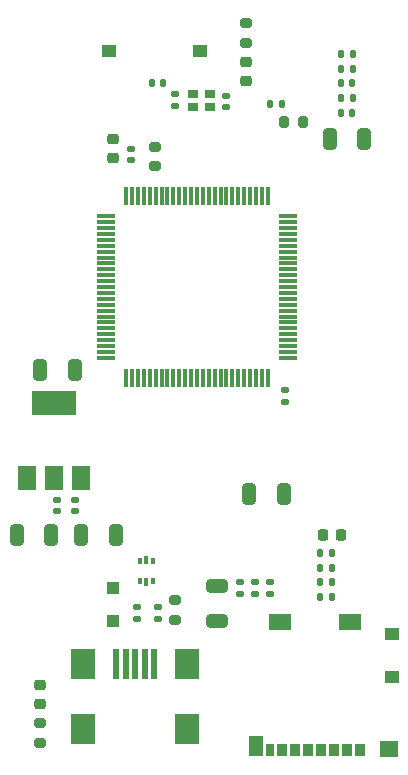
<source format=gbr>
%TF.GenerationSoftware,KiCad,Pcbnew,7.0.6*%
%TF.CreationDate,2023-07-17T14:52:58-07:00*%
%TF.ProjectId,pcb,7063622e-6b69-4636-9164-5f7063625858,rev?*%
%TF.SameCoordinates,Original*%
%TF.FileFunction,Paste,Top*%
%TF.FilePolarity,Positive*%
%FSLAX46Y46*%
G04 Gerber Fmt 4.6, Leading zero omitted, Abs format (unit mm)*
G04 Created by KiCad (PCBNEW 7.0.6) date 2023-07-17 14:52:58*
%MOMM*%
%LPD*%
G01*
G04 APERTURE LIST*
G04 Aperture macros list*
%AMRoundRect*
0 Rectangle with rounded corners*
0 $1 Rounding radius*
0 $2 $3 $4 $5 $6 $7 $8 $9 X,Y pos of 4 corners*
0 Add a 4 corners polygon primitive as box body*
4,1,4,$2,$3,$4,$5,$6,$7,$8,$9,$2,$3,0*
0 Add four circle primitives for the rounded corners*
1,1,$1+$1,$2,$3*
1,1,$1+$1,$4,$5*
1,1,$1+$1,$6,$7*
1,1,$1+$1,$8,$9*
0 Add four rect primitives between the rounded corners*
20,1,$1+$1,$2,$3,$4,$5,0*
20,1,$1+$1,$4,$5,$6,$7,0*
20,1,$1+$1,$6,$7,$8,$9,0*
20,1,$1+$1,$8,$9,$2,$3,0*%
G04 Aperture macros list end*
%ADD10RoundRect,0.250000X0.325000X0.650000X-0.325000X0.650000X-0.325000X-0.650000X0.325000X-0.650000X0*%
%ADD11RoundRect,0.135000X-0.185000X0.135000X-0.185000X-0.135000X0.185000X-0.135000X0.185000X0.135000X0*%
%ADD12RoundRect,0.135000X-0.135000X-0.185000X0.135000X-0.185000X0.135000X0.185000X-0.135000X0.185000X0*%
%ADD13R,1.500000X2.000000*%
%ADD14R,3.800000X2.000000*%
%ADD15RoundRect,0.140000X-0.170000X0.140000X-0.170000X-0.140000X0.170000X-0.140000X0.170000X0.140000X0*%
%ADD16R,0.500000X2.500000*%
%ADD17R,2.000000X2.500000*%
%ADD18R,0.850000X1.100000*%
%ADD19R,0.750000X1.100000*%
%ADD20R,1.200000X1.000000*%
%ADD21R,1.550000X1.350000*%
%ADD22R,1.170000X1.800000*%
%ADD23R,1.900000X1.350000*%
%ADD24RoundRect,0.218750X-0.218750X-0.256250X0.218750X-0.256250X0.218750X0.256250X-0.218750X0.256250X0*%
%ADD25RoundRect,0.075000X-0.075000X0.725000X-0.075000X-0.725000X0.075000X-0.725000X0.075000X0.725000X0*%
%ADD26RoundRect,0.075000X-0.725000X0.075000X-0.725000X-0.075000X0.725000X-0.075000X0.725000X0.075000X0*%
%ADD27RoundRect,0.140000X-0.140000X-0.170000X0.140000X-0.170000X0.140000X0.170000X-0.140000X0.170000X0*%
%ADD28RoundRect,0.200000X0.200000X0.275000X-0.200000X0.275000X-0.200000X-0.275000X0.200000X-0.275000X0*%
%ADD29RoundRect,0.140000X0.140000X0.170000X-0.140000X0.170000X-0.140000X-0.170000X0.140000X-0.170000X0*%
%ADD30R,0.900000X0.800000*%
%ADD31RoundRect,0.250000X-0.650000X0.325000X-0.650000X-0.325000X0.650000X-0.325000X0.650000X0.325000X0*%
%ADD32RoundRect,0.218750X-0.256250X0.218750X-0.256250X-0.218750X0.256250X-0.218750X0.256250X0.218750X0*%
%ADD33RoundRect,0.250000X-0.325000X-0.650000X0.325000X-0.650000X0.325000X0.650000X-0.325000X0.650000X0*%
%ADD34RoundRect,0.200000X-0.275000X0.200000X-0.275000X-0.200000X0.275000X-0.200000X0.275000X0.200000X0*%
%ADD35RoundRect,0.140000X0.170000X-0.140000X0.170000X0.140000X-0.170000X0.140000X-0.170000X-0.140000X0*%
%ADD36RoundRect,0.250000X-0.300000X0.300000X-0.300000X-0.300000X0.300000X-0.300000X0.300000X0.300000X0*%
%ADD37RoundRect,0.200000X0.275000X-0.200000X0.275000X0.200000X-0.275000X0.200000X-0.275000X-0.200000X0*%
%ADD38RoundRect,0.218750X0.256250X-0.218750X0.256250X0.218750X-0.256250X0.218750X-0.256250X-0.218750X0*%
%ADD39R,1.250000X1.000000*%
%ADD40R,0.375000X0.500000*%
%ADD41R,0.300000X0.650000*%
G04 APERTURE END LIST*
D10*
%TO.C,C7*%
X75975000Y-84000000D03*
X73025000Y-84000000D03*
%TD*%
D11*
%TO.C,R7*%
X93750000Y-86760000D03*
X93750000Y-85740000D03*
%TD*%
D12*
%TO.C,R11*%
X96750000Y-99500000D03*
X97770000Y-99500000D03*
%TD*%
D13*
%TO.C,U3*%
X71950000Y-93150000D03*
X74250000Y-93150000D03*
X76550000Y-93150000D03*
D14*
X74250000Y-86850000D03*
%TD*%
D15*
%TO.C,DC1*%
X76000000Y-95020000D03*
X76000000Y-95980000D03*
%TD*%
D10*
%TO.C,C1*%
X79450000Y-98000000D03*
X76500000Y-98000000D03*
%TD*%
D16*
%TO.C,J1*%
X79500000Y-108900000D03*
X80300000Y-108900000D03*
X81100000Y-108900000D03*
X81900000Y-108900000D03*
X82700000Y-108900000D03*
D17*
X85500000Y-114400000D03*
X85500000Y-108900000D03*
X76700000Y-108900000D03*
X76700000Y-114400000D03*
%TD*%
D18*
%TO.C,J3*%
X100165000Y-116200000D03*
X99065000Y-116200000D03*
X97965000Y-116200000D03*
X96865000Y-116200000D03*
X95765000Y-116200000D03*
X94665000Y-116200000D03*
X93565000Y-116200000D03*
D19*
X92515000Y-116200000D03*
D20*
X102800000Y-110050000D03*
X102800000Y-106350000D03*
D21*
X102625000Y-116075000D03*
D22*
X91305000Y-115850000D03*
D23*
X93330000Y-105375000D03*
X99300000Y-105375000D03*
%TD*%
D12*
%TO.C,R16*%
X96740000Y-100750000D03*
X97760000Y-100750000D03*
%TD*%
D24*
%TO.C,L2*%
X96962500Y-98000000D03*
X98537500Y-98000000D03*
%TD*%
D25*
%TO.C,U1*%
X92325000Y-69325000D03*
X91825000Y-69325000D03*
X91325000Y-69325000D03*
X90825000Y-69325000D03*
X90325000Y-69325000D03*
X89825000Y-69325000D03*
X89325000Y-69325000D03*
X88825000Y-69325000D03*
X88325000Y-69325000D03*
X87825000Y-69325000D03*
X87325000Y-69325000D03*
X86825000Y-69325000D03*
X86325000Y-69325000D03*
X85825000Y-69325000D03*
X85325000Y-69325000D03*
X84825000Y-69325000D03*
X84325000Y-69325000D03*
X83825000Y-69325000D03*
X83325000Y-69325000D03*
X82825000Y-69325000D03*
X82325000Y-69325000D03*
X81825000Y-69325000D03*
X81325000Y-69325000D03*
X80825000Y-69325000D03*
X80325000Y-69325000D03*
D26*
X78650000Y-71000000D03*
X78650000Y-71500000D03*
X78650000Y-72000000D03*
X78650000Y-72500000D03*
X78650000Y-73000000D03*
X78650000Y-73500000D03*
X78650000Y-74000000D03*
X78650000Y-74500000D03*
X78650000Y-75000000D03*
X78650000Y-75500000D03*
X78650000Y-76000000D03*
X78650000Y-76500000D03*
X78650000Y-77000000D03*
X78650000Y-77500000D03*
X78650000Y-78000000D03*
X78650000Y-78500000D03*
X78650000Y-79000000D03*
X78650000Y-79500000D03*
X78650000Y-80000000D03*
X78650000Y-80500000D03*
X78650000Y-81000000D03*
X78650000Y-81500000D03*
X78650000Y-82000000D03*
X78650000Y-82500000D03*
X78650000Y-83000000D03*
D25*
X80325000Y-84675000D03*
X80825000Y-84675000D03*
X81325000Y-84675000D03*
X81825000Y-84675000D03*
X82325000Y-84675000D03*
X82825000Y-84675000D03*
X83325000Y-84675000D03*
X83825000Y-84675000D03*
X84325000Y-84675000D03*
X84825000Y-84675000D03*
X85325000Y-84675000D03*
X85825000Y-84675000D03*
X86325000Y-84675000D03*
X86825000Y-84675000D03*
X87325000Y-84675000D03*
X87825000Y-84675000D03*
X88325000Y-84675000D03*
X88825000Y-84675000D03*
X89325000Y-84675000D03*
X89825000Y-84675000D03*
X90325000Y-84675000D03*
X90825000Y-84675000D03*
X91325000Y-84675000D03*
X91825000Y-84675000D03*
X92325000Y-84675000D03*
D26*
X94000000Y-83000000D03*
X94000000Y-82500000D03*
X94000000Y-82000000D03*
X94000000Y-81500000D03*
X94000000Y-81000000D03*
X94000000Y-80500000D03*
X94000000Y-80000000D03*
X94000000Y-79500000D03*
X94000000Y-79000000D03*
X94000000Y-78500000D03*
X94000000Y-78000000D03*
X94000000Y-77500000D03*
X94000000Y-77000000D03*
X94000000Y-76500000D03*
X94000000Y-76000000D03*
X94000000Y-75500000D03*
X94000000Y-75000000D03*
X94000000Y-74500000D03*
X94000000Y-74000000D03*
X94000000Y-73500000D03*
X94000000Y-73000000D03*
X94000000Y-72500000D03*
X94000000Y-72000000D03*
X94000000Y-71500000D03*
X94000000Y-71000000D03*
%TD*%
D27*
%TO.C,DC6*%
X98540000Y-57250000D03*
X99500000Y-57250000D03*
%TD*%
D28*
%TO.C,R4*%
X95325000Y-63000000D03*
X93675000Y-63000000D03*
%TD*%
D29*
%TO.C,DC3*%
X83480000Y-59750000D03*
X82520000Y-59750000D03*
%TD*%
D30*
%TO.C,Y2*%
X87400000Y-60690000D03*
X86000000Y-60690000D03*
X86000000Y-61790000D03*
X87400000Y-61790000D03*
%TD*%
D12*
%TO.C,R15*%
X96740000Y-102000000D03*
X97760000Y-102000000D03*
%TD*%
%TO.C,R14*%
X96740000Y-103250000D03*
X97760000Y-103250000D03*
%TD*%
D27*
%TO.C,DC5*%
X98500000Y-59750000D03*
X99460000Y-59750000D03*
%TD*%
%TO.C,DC4*%
X98540000Y-58500000D03*
X99500000Y-58500000D03*
%TD*%
D11*
%TO.C,R13*%
X92500000Y-101930000D03*
X92500000Y-102950000D03*
%TD*%
D27*
%TO.C,DC8*%
X98520000Y-62250000D03*
X99480000Y-62250000D03*
%TD*%
D31*
%TO.C,C8*%
X88000000Y-102300000D03*
X88000000Y-105250000D03*
%TD*%
D32*
%TO.C,D2*%
X90500000Y-57962500D03*
X90500000Y-59537500D03*
%TD*%
D11*
%TO.C,R1*%
X81250000Y-104075000D03*
X81250000Y-105095000D03*
%TD*%
%TO.C,R2*%
X83037500Y-104055000D03*
X83037500Y-105075000D03*
%TD*%
D33*
%TO.C,C5*%
X97550000Y-64500000D03*
X100500000Y-64500000D03*
%TD*%
D34*
%TO.C,R6*%
X73000000Y-113925000D03*
X73000000Y-115575000D03*
%TD*%
D33*
%TO.C,C6*%
X90750000Y-94500000D03*
X93700000Y-94500000D03*
%TD*%
D15*
%TO.C,C4*%
X88750000Y-60790000D03*
X88750000Y-61750000D03*
%TD*%
D35*
%TO.C,DC9*%
X80750000Y-66230000D03*
X80750000Y-65270000D03*
%TD*%
D36*
%TO.C,D3*%
X79250000Y-102455000D03*
X79250000Y-105255000D03*
%TD*%
D27*
%TO.C,DC7*%
X98540000Y-61000000D03*
X99500000Y-61000000D03*
%TD*%
D11*
%TO.C,R12*%
X91250000Y-101930000D03*
X91250000Y-102950000D03*
%TD*%
D37*
%TO.C,R5*%
X82750000Y-66750000D03*
X82750000Y-65100000D03*
%TD*%
%TO.C,R8*%
X90500000Y-56325000D03*
X90500000Y-54675000D03*
%TD*%
D34*
%TO.C,R3*%
X84500000Y-103530000D03*
X84500000Y-105180000D03*
%TD*%
D38*
%TO.C,L1*%
X79250000Y-66037500D03*
X79250000Y-64462500D03*
%TD*%
D39*
%TO.C,SW1*%
X78875000Y-57000000D03*
X86625000Y-57000000D03*
%TD*%
D40*
%TO.C,U2*%
X81500000Y-101925000D03*
D41*
X82037500Y-102000000D03*
D40*
X82575000Y-101925000D03*
X82575000Y-100225000D03*
D41*
X82037500Y-100150000D03*
D40*
X81500000Y-100225000D03*
%TD*%
D12*
%TO.C,R10*%
X92490000Y-61500000D03*
X93510000Y-61500000D03*
%TD*%
D15*
%TO.C,DC11*%
X90000000Y-101990000D03*
X90000000Y-102950000D03*
%TD*%
%TO.C,DC2*%
X74500000Y-95000000D03*
X74500000Y-95960000D03*
%TD*%
D38*
%TO.C,D1*%
X73000000Y-112287500D03*
X73000000Y-110712500D03*
%TD*%
D33*
%TO.C,C2*%
X71050000Y-98000000D03*
X74000000Y-98000000D03*
%TD*%
D15*
%TO.C,C3*%
X84500000Y-60690000D03*
X84500000Y-61650000D03*
%TD*%
M02*

</source>
